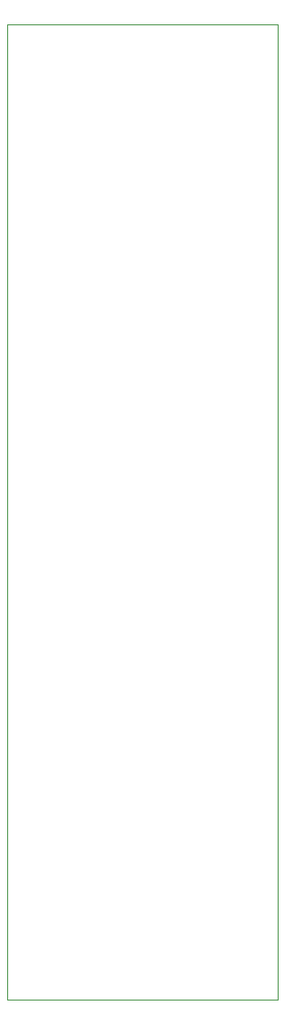
<source format=gbr>
G04 #@! TF.GenerationSoftware,KiCad,Pcbnew,9.0.6*
G04 #@! TF.CreationDate,2025-12-31T12:05:19-06:00*
G04 #@! TF.ProjectId,QFN-68_8x8,51464e2d-3638-45f3-9878-382e6b696361,rev?*
G04 #@! TF.SameCoordinates,Original*
G04 #@! TF.FileFunction,Profile,NP*
%FSLAX46Y46*%
G04 Gerber Fmt 4.6, Leading zero omitted, Abs format (unit mm)*
G04 Created by KiCad (PCBNEW 9.0.6) date 2025-12-31 12:05:19*
%MOMM*%
%LPD*%
G01*
G04 APERTURE LIST*
G04 #@! TA.AperFunction,Profile*
%ADD10C,0.050000*%
G04 #@! TD*
G04 APERTURE END LIST*
D10*
X125730000Y-74930000D02*
X151130000Y-74930000D01*
X151130000Y-166370000D01*
X125730000Y-166370000D01*
X125730000Y-74930000D01*
M02*

</source>
